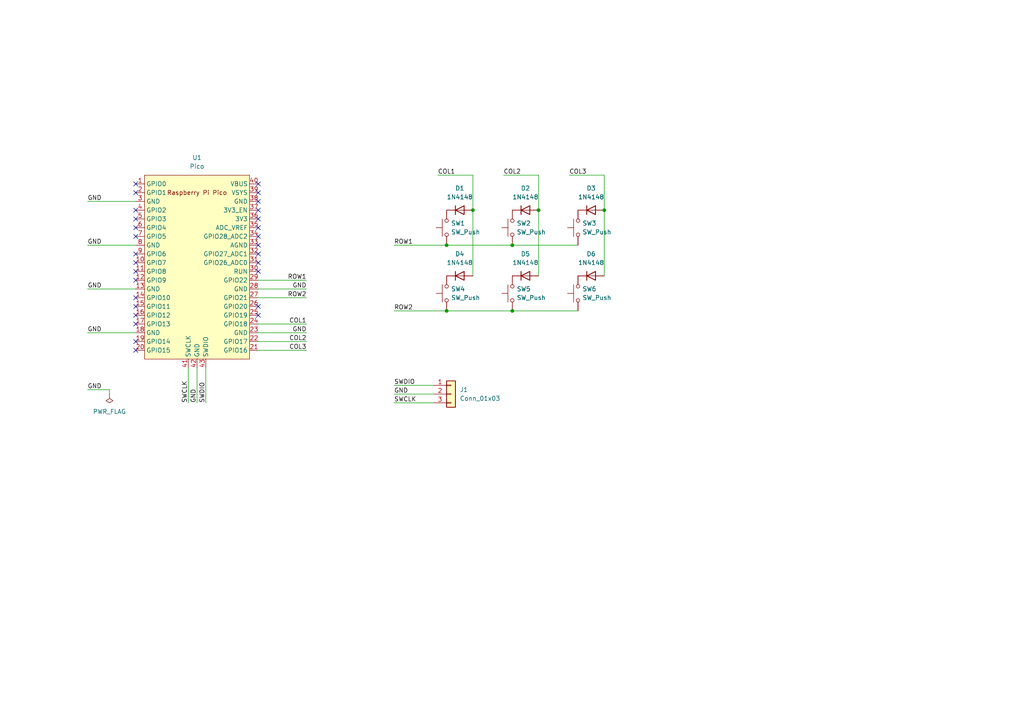
<source format=kicad_sch>
(kicad_sch (version 20211123) (generator eeschema)
  (paper "A4")
  (title_block (title "Open RustyKeys") (date "2022-05-01") (rev "1") (company "KOBA789"))
  (lib_symbols
    (symbol "Connector_Generic:Conn_01x03" (pin_names (offset 1.016) hide)
      (property "Reference" "J" (at 0 5.08 0))
      (property "Value" "Conn_01x03" (at 0 -5.08 0))
      (symbol "Conn_01x03_1_1"
        (rectangle (start -1.27 -2.413) (end 0 -2.667) (stroke (width 0.1524)))
        (rectangle (start -1.27 0.127) (end 0 -0.127) (stroke (width 0.1524)))
        (rectangle (start -1.27 2.667) (end 0 2.413) (stroke (width 0.1524)))
        (rectangle (start -1.27 3.81) (end 1.27 -3.81) (stroke (width 0.254)) (fill (type background)))
        (pin passive line (at -5.08 2.54 0) (length 3.81) (name "Pin_1") (number "1"))
        (pin passive line (at -5.08 0 0) (length 3.81) (name "Pin_2") (number "2"))
        (pin passive line (at -5.08 -2.54 0) (length 3.81) (name "Pin_3") (number "3"))
      )
    )
    (symbol "Diode:1N4148" (pin_numbers hide) (pin_names (offset 1.016) hide)
      (property "Reference" "D" (at 0 2.54 0))
      (property "Value" "1N4148" (at 0 -2.54 0))
      (symbol "1N4148_0_1"
        (polyline (pts (xy -1.27 1.27) (xy -1.27 -1.27)) (stroke (width 0.254)))
        (polyline (pts (xy 1.27 0) (xy -1.27 0)))
        (polyline (pts (xy 1.27 1.27) (xy 1.27 -1.27) (xy -1.27 0) (xy 1.27 1.27)) (stroke (width 0.254)))
      )
      (symbol "1N4148_1_1"
        (pin passive line (at -3.81 0 0) (length 2.54) (name "K") (number "1"))
        (pin passive line (at 3.81 0 180) (length 2.54) (name "A") (number "2"))
      )
    )
    (symbol "MCU_RaspberryPi_and_Boards:Pico"
      (property "Reference" "U" (at -13.97 27.94 0))
      (property "Value" "Pico" (at 0 19.05 0))
      (symbol "Pico_0_0"
        (text "Raspberry Pi Pico" (at 0 21.59 0) (effects (font (size 1.27 1.27))))
      )
      (symbol "Pico_0_1"
        (rectangle (start -15.24 26.67) (end 15.24 -26.67) (fill (type background)))
      )
      (symbol "Pico_1_1"
        (pin bidirectional line (at -17.78 24.13 0) (length 2.54) (name "GPIO0") (number "1"))
        (pin bidirectional line (at -17.78 1.27 0) (length 2.54) (name "GPIO7") (number "10"))
        (pin bidirectional line (at -17.78 -1.27 0) (length 2.54) (name "GPIO8") (number "11"))
        (pin bidirectional line (at -17.78 -3.81 0) (length 2.54) (name "GPIO9") (number "12"))
        (pin power_in line (at -17.78 -6.35 0) (length 2.54) (name "GND") (number "13"))
        (pin bidirectional line (at -17.78 -8.89 0) (length 2.54) (name "GPIO10") (number "14"))
        (pin bidirectional line (at -17.78 -11.43 0) (length 2.54) (name "GPIO11") (number "15"))
        (pin bidirectional line (at -17.78 -13.97 0) (length 2.54) (name "GPIO12") (number "16"))
        (pin bidirectional line (at -17.78 -16.51 0) (length 2.54) (name "GPIO13") (number "17"))
        (pin power_in line (at -17.78 -19.05 0) (length 2.54) (name "GND") (number "18"))
        (pin bidirectional line (at -17.78 -21.59 0) (length 2.54) (name "GPIO14") (number "19"))
        (pin bidirectional line (at -17.78 21.59 0) (length 2.54) (name "GPIO1") (number "2"))
        (pin bidirectional line (at -17.78 -24.13 0) (length 2.54) (name "GPIO15") (number "20"))
        (pin bidirectional line (at 17.78 -24.13 180) (length 2.54) (name "GPIO16") (number "21"))
        (pin bidirectional line (at 17.78 -21.59 180) (length 2.54) (name "GPIO17") (number "22"))
        (pin power_in line (at 17.78 -19.05 180) (length 2.54) (name "GND") (number "23"))
        (pin bidirectional line (at 17.78 -16.51 180) (length 2.54) (name "GPIO18") (number "24"))
        (pin bidirectional line (at 17.78 -13.97 180) (length 2.54) (name "GPIO19") (number "25"))
        (pin bidirectional line (at 17.78 -11.43 180) (length 2.54) (name "GPIO20") (number "26"))
        (pin bidirectional line (at 17.78 -8.89 180) (length 2.54) (name "GPIO21") (number "27"))
        (pin power_in line (at 17.78 -6.35 180) (length 2.54) (name "GND") (number "28"))
        (pin bidirectional line (at 17.78 -3.81 180) (length 2.54) (name "GPIO22") (number "29"))
        (pin power_in line (at -17.78 19.05 0) (length 2.54) (name "GND") (number "3"))
        (pin input line (at 17.78 -1.27 180) (length 2.54) (name "RUN") (number "30"))
        (pin bidirectional line (at 17.78 1.27 180) (length 2.54) (name "GPIO26_ADC0") (number "31"))
        (pin bidirectional line (at 17.78 3.81 180) (length 2.54) (name "GPIO27_ADC1") (number "32"))
        (pin power_in line (at 17.78 6.35 180) (length 2.54) (name "AGND") (number "33"))
        (pin bidirectional line (at 17.78 8.89 180) (length 2.54) (name "GPIO28_ADC2") (number "34"))
        (pin power_in line (at 17.78 11.43 180) (length 2.54) (name "ADC_VREF") (number "35"))
        (pin power_in line (at 17.78 13.97 180) (length 2.54) (name "3V3") (number "36"))
        (pin input line (at 17.78 16.51 180) (length 2.54) (name "3V3_EN") (number "37"))
        (pin bidirectional line (at 17.78 19.05 180) (length 2.54) (name "GND") (number "38"))
        (pin power_in line (at 17.78 21.59 180) (length 2.54) (name "VSYS") (number "39"))
        (pin bidirectional line (at -17.78 16.51 0) (length 2.54) (name "GPIO2") (number "4"))
        (pin power_in line (at 17.78 24.13 180) (length 2.54) (name "VBUS") (number "40"))
        (pin input line (at -2.54 -29.21 90) (length 2.54) (name "SWCLK") (number "41"))
        (pin power_in line (at 0 -29.21 90) (length 2.54) (name "GND") (number "42"))
        (pin bidirectional line (at 2.54 -29.21 90) (length 2.54) (name "SWDIO") (number "43"))
        (pin bidirectional line (at -17.78 13.97 0) (length 2.54) (name "GPIO3") (number "5"))
        (pin bidirectional line (at -17.78 11.43 0) (length 2.54) (name "GPIO4") (number "6"))
        (pin bidirectional line (at -17.78 8.89 0) (length 2.54) (name "GPIO5") (number "7"))
        (pin power_in line (at -17.78 6.35 0) (length 2.54) (name "GND") (number "8"))
        (pin bidirectional line (at -17.78 3.81 0) (length 2.54) (name "GPIO6") (number "9"))
      )
    )
    (symbol "Switch:SW_Push" (pin_numbers hide) (pin_names (offset 1.016) hide)
      (property "Reference" "SW" (at 1.27 2.54 0))
      (property "Value" "SW_Push" (at 0 -1.524 0))
      (symbol "SW_Push_0_1"
        (circle (center -2.032 0) (radius 0.508))
        (polyline (pts (xy 0 1.27) (xy 0 3.048)))
        (polyline (pts (xy 2.54 1.27) (xy -2.54 1.27)))
        (circle (center 2.032 0) (radius 0.508))
        (pin passive line (at -5.08 0 0) (length 2.54) (name "1") (number "1"))
        (pin passive line (at 5.08 0 180) (length 2.54) (name "2") (number "2"))
      )
    )
    (symbol "power:PWR_FLAG" (power) (pin_numbers hide) (pin_names (offset 0) hide)
      (property "Value" "PWR_FLAG" (at 0 3.81 0))
      (symbol "PWR_FLAG_0_0"
        (pin power_out line (at 0 0 90) (length 0) (name "pwr") (number "1"))
      )
      (symbol "PWR_FLAG_0_1"
        (polyline (pts (xy 0 0) (xy 0 1.27) (xy -1.016 1.905) (xy 0 2.54) (xy 1.016 1.905) (xy 0 1.27)))
      )
    )
  )
  (junction (at 137.16 60.96))
  (junction (at 148.59 71.12))
  (junction (at 175.26 60.96))
  (junction (at 156.21 60.96))
  (junction (at 129.54 90.17))
  (junction (at 148.59 90.17))
  (junction (at 129.54 71.12))
  (no_connect (at 39.37 63.5))
  (no_connect (at 39.37 60.96))
  (no_connect (at 39.37 55.88))
  (no_connect (at 39.37 53.34))
  (no_connect (at 39.37 66.04))
  (no_connect (at 39.37 68.58))
  (no_connect (at 74.93 88.9))
  (no_connect (at 74.93 78.74))
  (no_connect (at 74.93 58.42))
  (no_connect (at 39.37 91.44))
  (no_connect (at 74.93 60.96))
  (no_connect (at 39.37 81.28))
  (no_connect (at 74.93 73.66))
  (no_connect (at 74.93 68.58))
  (no_connect (at 39.37 88.9))
  (no_connect (at 74.93 76.2))
  (no_connect (at 39.37 101.6))
  (no_connect (at 39.37 99.06))
  (no_connect (at 74.93 91.44))
  (no_connect (at 39.37 76.2))
  (no_connect (at 74.93 63.5))
  (no_connect (at 74.93 66.04))
  (no_connect (at 39.37 73.66))
  (no_connect (at 74.93 53.34))
  (no_connect (at 74.93 55.88))
  (no_connect (at 39.37 93.98))
  (no_connect (at 74.93 71.12))
  (no_connect (at 39.37 86.36))
  (no_connect (at 39.37 78.74))
  (wire (pts (xy 74.93 81.28) (xy 88.9 81.28)))
  (wire (pts (xy 31.75 113.03) (xy 25.4 113.03)))
  (wire (pts (xy 74.93 96.52) (xy 88.9 96.52)))
  (wire (pts (xy 57.15 106.68) (xy 57.15 116.84)))
  (wire (pts (xy 137.16 50.8) (xy 137.16 60.96)))
  (wire (pts (xy 74.93 86.36) (xy 88.9 86.36)))
  (wire (pts (xy 74.93 93.98) (xy 88.9 93.98)))
  (wire (pts (xy 129.54 90.17) (xy 148.59 90.17)))
  (wire (pts (xy 114.3 71.12) (xy 129.54 71.12)))
  (wire (pts (xy 114.3 111.76) (xy 125.73 111.76)))
  (wire (pts (xy 156.21 60.96) (xy 156.21 80.01)))
  (wire (pts (xy 114.3 114.3) (xy 125.73 114.3)))
  (wire (pts (xy 137.16 60.96) (xy 137.16 80.01)))
  (wire (pts (xy 148.59 90.17) (xy 167.64 90.17)))
  (wire (pts (xy 74.93 99.06) (xy 88.9 99.06)))
  (wire (pts (xy 148.59 71.12) (xy 167.64 71.12)))
  (wire (pts (xy 31.75 113.03) (xy 31.75 114.3)))
  (wire (pts (xy 74.93 101.6) (xy 88.9 101.6)))
  (wire (pts (xy 25.4 71.12) (xy 39.37 71.12)))
  (wire (pts (xy 129.54 71.12) (xy 148.59 71.12)))
  (wire (pts (xy 156.21 50.8) (xy 156.21 60.96)))
  (wire (pts (xy 25.4 58.42) (xy 39.37 58.42)))
  (wire (pts (xy 175.26 60.96) (xy 175.26 80.01)))
  (wire (pts (xy 54.61 106.68) (xy 54.61 116.84)))
  (wire (pts (xy 127 50.8) (xy 137.16 50.8)))
  (wire (pts (xy 146.05 50.8) (xy 156.21 50.8)))
  (wire (pts (xy 39.37 96.52) (xy 25.4 96.52)))
  (wire (pts (xy 74.93 83.82) (xy 88.9 83.82)))
  (wire (pts (xy 165.1 50.8) (xy 175.26 50.8)))
  (wire (pts (xy 25.4 83.82) (xy 39.37 83.82)))
  (wire (pts (xy 59.69 106.68) (xy 59.69 116.84)))
  (wire (pts (xy 175.26 50.8) (xy 175.26 60.96)))
  (wire (pts (xy 114.3 90.17) (xy 129.54 90.17)))
  (wire (pts (xy 114.3 116.84) (xy 125.73 116.84)))
  (label "ROW1" (at 88.9 81.28 180))
  (label "COL2" (at 146.05 50.8 0))
  (label "GND" (at 25.4 71.12 0))
  (label "GND" (at 88.9 83.82 180))
  (label "COL3" (at 88.9 101.6 180))
  (label "ROW2" (at 88.9 86.36 180))
  (label "GND" (at 25.4 96.52 0))
  (label "COL1" (at 127 50.8 0))
  (label "COL3" (at 165.1 50.8 0))
  (label "GND" (at 114.3 114.3 0))
  (label "GND" (at 88.9 96.52 180))
  (label "GND" (at 57.15 116.84 90))
  (label "SWCLK" (at 114.3 116.84 0))
  (label "COL1" (at 88.9 93.98 180))
  (label "GND" (at 25.4 113.03 0))
  (label "ROW1" (at 114.3 71.12 0))
  (label "ROW2" (at 114.3 90.17 0))
  (label "SWDIO" (at 114.3 111.76 0))
  (label "GND" (at 25.4 58.42 0))
  (label "COL2" (at 88.9 99.06 180))
  (label "GND" (at 25.4 83.82 0))
  (label "SWCLK" (at 54.61 116.84 90))
  (label "SWDIO" (at 59.69 116.84 90))
  (symbol (lib_id "Switch:SW_Push") (at 167.64 85.09 90) (unit 1)
    (property "Reference" "SW6" (at 168.91 83.8199 90) (effects (justify right)))
    (property "Value" "SW_Push" (at 168.91 86.3599 90) (effects (justify right)))
    (property "Footprint" "Switch_Keyboard_Cherry_MX:SW_Cherry_MX_PCB_1.00u" (effects hide))
  )
  (symbol (lib_id "Switch:SW_Push") (at 129.54 66.04 90) (unit 1)
    (property "Reference" "SW1" (at 130.81 64.7699 90) (effects (justify right)))
    (property "Value" "SW_Push" (at 130.81 67.3099 90) (effects (justify right)))
    (property "Footprint" "Switch_Keyboard_Cherry_MX:SW_Cherry_MX_PCB_1.00u" (effects hide))
  )
  (symbol (lib_id "Switch:SW_Push") (at 148.59 66.04 90) (unit 1)
    (property "Reference" "SW2" (at 149.86 64.7699 90) (effects (justify right)))
    (property "Value" "SW_Push" (at 149.86 67.3099 90) (effects (justify right)))
    (property "Footprint" "Switch_Keyboard_Cherry_MX:SW_Cherry_MX_PCB_1.00u" (effects hide))
  )
  (symbol (lib_id "power:PWR_FLAG") (at 31.75 114.3 180) (unit 1)
    (property "Reference" "#FLG0101" (effects hide))
    (property "Value" "PWR_FLAG" (at 31.75 119.38 0))
  )
  (symbol (lib_id "Connector_Generic:Conn_01x03") (at 130.81 114.3 0) (unit 1)
    (property "Reference" "J1" (at 133.35 113.0299 0) (effects (justify left)))
    (property "Value" "Conn_01x03" (at 133.35 115.5699 0) (effects (justify left)))
    (property "Footprint" "Connector_PinHeader_2.54mm:PinHeader_1x03_P2.54mm_Horizontal" (effects hide))
  )
  (symbol (lib_id "Diode:1N4148") (at 171.45 60.96 0) (unit 1)
    (property "Reference" "D3" (at 171.45 54.61 0))
    (property "Value" "1N4148" (at 171.45 57.15 0))
    (property "Footprint" "Diode_THT:D_DO-35_SOD27_P7.62mm_Horizontal" (effects hide))
    (property "Datasheet" "https://assets.nexperia.com/documents/data-sheet/1N4148_1N4448.pdf" (effects hide))
  )
  (symbol (lib_id "Switch:SW_Push") (at 129.54 85.09 90) (unit 1)
    (property "Reference" "SW4" (at 130.81 83.8199 90) (effects (justify right)))
    (property "Value" "SW_Push" (at 130.81 86.3599 90) (effects (justify right)))
    (property "Footprint" "Switch_Keyboard_Cherry_MX:SW_Cherry_MX_PCB_1.00u" (effects hide))
  )
  (symbol (lib_id "MCU_RaspberryPi_and_Boards:Pico") (at 57.15 77.47 0) (unit 1)
    (property "Reference" "U1" (at 57.15 45.72 0))
    (property "Value" "Pico" (at 57.15 48.26 0))
    (property "Footprint" "RPi_Pico:RPi_Pico_SMD_TH" (effects hide))
  )
  (symbol (lib_id "Switch:SW_Push") (at 148.59 85.09 90) (unit 1)
    (property "Reference" "SW5" (at 149.86 83.8199 90) (effects (justify right)))
    (property "Value" "SW_Push" (at 149.86 86.3599 90) (effects (justify right)))
    (property "Footprint" "Switch_Keyboard_Cherry_MX:SW_Cherry_MX_PCB_1.00u" (effects hide))
  )
  (symbol (lib_id "Diode:1N4148") (at 152.4 80.01 0) (unit 1)
    (property "Reference" "D5" (at 152.4 73.66 0))
    (property "Value" "1N4148" (at 152.4 76.2 0))
    (property "Footprint" "Diode_THT:D_DO-35_SOD27_P7.62mm_Horizontal" (effects hide))
    (property "Datasheet" "https://assets.nexperia.com/documents/data-sheet/1N4148_1N4448.pdf" (effects hide))
  )
  (symbol (lib_id "Diode:1N4148") (at 133.35 60.96 0) (unit 1)
    (property "Reference" "D1" (at 133.35 54.61 0))
    (property "Value" "1N4148" (at 133.35 57.15 0))
    (property "Footprint" "Diode_THT:D_DO-35_SOD27_P7.62mm_Horizontal" (effects hide))
    (property "Datasheet" "https://assets.nexperia.com/documents/data-sheet/1N4148_1N4448.pdf" (effects hide))
  )
  (symbol (lib_id "Switch:SW_Push") (at 167.64 66.04 90) (unit 1)
    (property "Reference" "SW3" (at 168.91 64.7699 90) (effects (justify right)))
    (property "Value" "SW_Push" (at 168.91 67.3099 90) (effects (justify right)))
    (property "Footprint" "Switch_Keyboard_Cherry_MX:SW_Cherry_MX_PCB_1.00u" (effects hide))
  )
  (symbol (lib_id "Diode:1N4148") (at 171.45 80.01 0) (unit 1)
    (property "Reference" "D6" (at 171.45 73.66 0))
    (property "Value" "1N4148" (at 171.45 76.2 0))
    (property "Footprint" "Diode_THT:D_DO-35_SOD27_P7.62mm_Horizontal" (effects hide))
    (property "Datasheet" "https://assets.nexperia.com/documents/data-sheet/1N4148_1N4448.pdf" (effects hide))
  )
  (symbol (lib_id "Diode:1N4148") (at 133.35 80.01 0) (unit 1)
    (property "Reference" "D4" (at 133.35 73.66 0))
    (property "Value" "1N4148" (at 133.35 76.2 0))
    (property "Footprint" "Diode_THT:D_DO-35_SOD27_P7.62mm_Horizontal" (effects hide))
    (property "Datasheet" "https://assets.nexperia.com/documents/data-sheet/1N4148_1N4448.pdf" (effects hide))
  )
  (symbol (lib_id "Diode:1N4148") (at 152.4 60.96 0) (unit 1)
    (property "Reference" "D2" (at 152.4 54.61 0))
    (property "Value" "1N4148" (at 152.4 57.15 0))
    (property "Footprint" "Diode_THT:D_DO-35_SOD27_P7.62mm_Horizontal" (effects hide))
    (property "Datasheet" "https://assets.nexperia.com/documents/data-sheet/1N4148_1N4448.pdf" (effects hide))
  )
)
</source>
